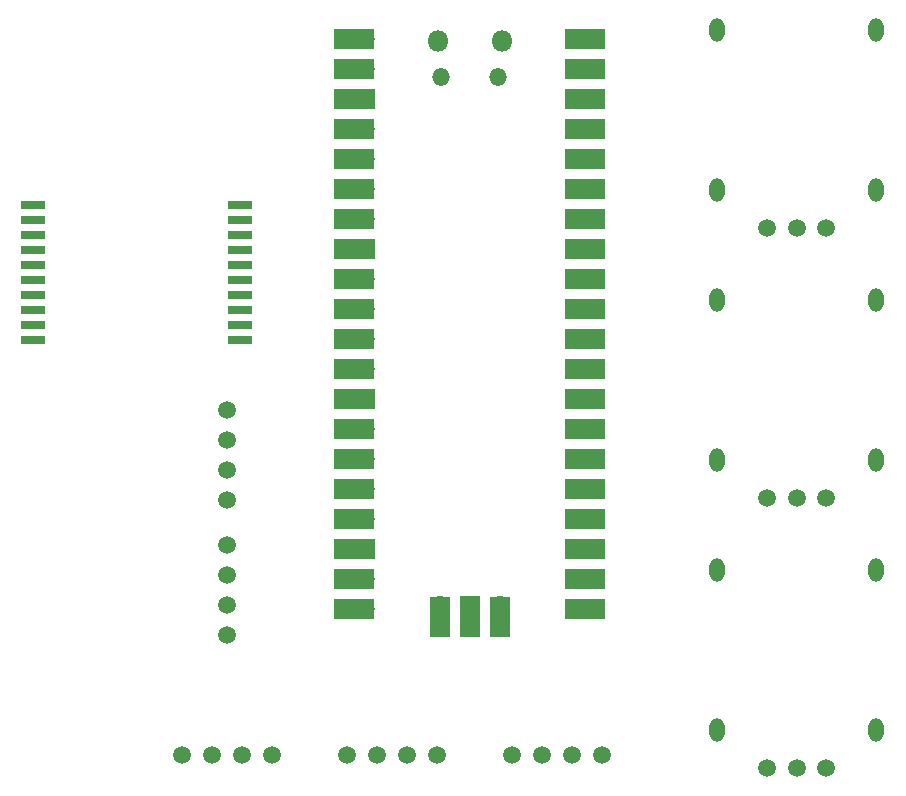
<source format=gbr>
%TF.GenerationSoftware,KiCad,Pcbnew,(6.0.1)*%
%TF.CreationDate,2022-02-13T21:33:51+08:00*%
%TF.ProjectId,PCB-1.0,5043422d-312e-4302-9e6b-696361645f70,rev?*%
%TF.SameCoordinates,Original*%
%TF.FileFunction,Soldermask,Top*%
%TF.FilePolarity,Negative*%
%FSLAX46Y46*%
G04 Gerber Fmt 4.6, Leading zero omitted, Abs format (unit mm)*
G04 Created by KiCad (PCBNEW (6.0.1)) date 2022-02-13 21:33:51*
%MOMM*%
%LPD*%
G01*
G04 APERTURE LIST*
%ADD10R,2.000000X0.800000*%
%ADD11C,1.500000*%
%ADD12O,1.500000X1.500000*%
%ADD13O,1.800000X1.800000*%
%ADD14O,1.700000X1.700000*%
%ADD15R,3.500000X1.700000*%
%ADD16R,1.700000X1.700000*%
%ADD17R,1.700000X3.500000*%
%ADD18O,1.300000X2.000000*%
G04 APERTURE END LIST*
D10*
%TO.C,E28_2G4T12S_1*%
X92850000Y-85480000D03*
X92850000Y-86750000D03*
X92850000Y-88020000D03*
X92850000Y-89290000D03*
X92850000Y-90560000D03*
X92850000Y-91830000D03*
X92850000Y-93100000D03*
X92850000Y-94370000D03*
X92850000Y-95640000D03*
X92850000Y-96910000D03*
X110350000Y-96910000D03*
X110350000Y-95640000D03*
X110350000Y-94370000D03*
X110350000Y-93100000D03*
X110350000Y-91830000D03*
X110350000Y-90560000D03*
X110350000Y-89290000D03*
X110350000Y-88020000D03*
X110350000Y-86750000D03*
X110350000Y-85480000D03*
%TD*%
D11*
%TO.C,5V1*%
X140970000Y-132080000D03*
X138430000Y-132080000D03*
X135890000Y-132080000D03*
X133350000Y-132080000D03*
%TD*%
%TO.C,stepper2*%
X109220000Y-114300000D03*
X109220000Y-116840000D03*
X109220000Y-119380000D03*
X109220000Y-121920000D03*
%TD*%
D12*
%TO.C,Rasberry_Pi_Pico_1*%
X127375000Y-74630000D03*
D13*
X127075000Y-71600000D03*
X132525000Y-71600000D03*
D12*
X132225000Y-74630000D03*
D14*
X120910000Y-71470000D03*
D15*
X120010000Y-71470000D03*
D14*
X120910000Y-74010000D03*
D15*
X120010000Y-74010000D03*
X120010000Y-76550000D03*
D16*
X120910000Y-76550000D03*
D14*
X120910000Y-79090000D03*
D15*
X120010000Y-79090000D03*
X120010000Y-81630000D03*
D14*
X120910000Y-81630000D03*
X120910000Y-84170000D03*
D15*
X120010000Y-84170000D03*
X120010000Y-86710000D03*
D14*
X120910000Y-86710000D03*
D16*
X120910000Y-89250000D03*
D15*
X120010000Y-89250000D03*
D14*
X120910000Y-91790000D03*
D15*
X120010000Y-91790000D03*
X120010000Y-94330000D03*
D14*
X120910000Y-94330000D03*
X120910000Y-96870000D03*
D15*
X120010000Y-96870000D03*
D14*
X120910000Y-99410000D03*
D15*
X120010000Y-99410000D03*
X120010000Y-101950000D03*
D16*
X120910000Y-101950000D03*
D14*
X120910000Y-104490000D03*
D15*
X120010000Y-104490000D03*
D14*
X120910000Y-107030000D03*
D15*
X120010000Y-107030000D03*
X120010000Y-109570000D03*
D14*
X120910000Y-109570000D03*
D15*
X120010000Y-112110000D03*
D14*
X120910000Y-112110000D03*
D15*
X120010000Y-114650000D03*
D16*
X120910000Y-114650000D03*
D15*
X120010000Y-117190000D03*
D14*
X120910000Y-117190000D03*
D15*
X120010000Y-119730000D03*
D14*
X120910000Y-119730000D03*
D15*
X139590000Y-119730000D03*
D14*
X138690000Y-119730000D03*
D15*
X139590000Y-117190000D03*
D14*
X138690000Y-117190000D03*
D15*
X139590000Y-114650000D03*
D16*
X138690000Y-114650000D03*
D15*
X139590000Y-112110000D03*
D14*
X138690000Y-112110000D03*
D15*
X139590000Y-109570000D03*
D14*
X138690000Y-109570000D03*
D15*
X139590000Y-107030000D03*
D14*
X138690000Y-107030000D03*
D15*
X139590000Y-104490000D03*
D14*
X138690000Y-104490000D03*
D15*
X139590000Y-101950000D03*
D16*
X138690000Y-101950000D03*
D15*
X139590000Y-99410000D03*
D14*
X138690000Y-99410000D03*
D15*
X139590000Y-96870000D03*
D14*
X138690000Y-96870000D03*
D15*
X139590000Y-94330000D03*
D14*
X138690000Y-94330000D03*
D15*
X139590000Y-91790000D03*
D14*
X138690000Y-91790000D03*
D16*
X138690000Y-89250000D03*
D15*
X139590000Y-89250000D03*
X139590000Y-86710000D03*
D14*
X138690000Y-86710000D03*
D15*
X139590000Y-84170000D03*
D14*
X138690000Y-84170000D03*
D15*
X139590000Y-81630000D03*
D14*
X138690000Y-81630000D03*
D15*
X139590000Y-79090000D03*
D14*
X138690000Y-79090000D03*
D15*
X139590000Y-76550000D03*
D16*
X138690000Y-76550000D03*
D14*
X138690000Y-74010000D03*
D15*
X139590000Y-74010000D03*
D14*
X138690000Y-71470000D03*
D15*
X139590000Y-71470000D03*
D14*
X127260000Y-119500000D03*
D17*
X127260000Y-120400000D03*
D16*
X129800000Y-119500000D03*
D17*
X129800000Y-120400000D03*
D14*
X132340000Y-119500000D03*
D17*
X132340000Y-120400000D03*
%TD*%
D11*
%TO.C,stepper3*%
X113030000Y-132080000D03*
X110490000Y-132080000D03*
X107950000Y-132080000D03*
X105410000Y-132080000D03*
%TD*%
%TO.C,GND1*%
X127000000Y-132080000D03*
X124460000Y-132080000D03*
X121920000Y-132080000D03*
X119380000Y-132080000D03*
%TD*%
%TO.C,stepper1*%
X109220000Y-102870000D03*
X109220000Y-105410000D03*
X109220000Y-107950000D03*
X109220000Y-110490000D03*
%TD*%
%TO.C,\u6447\u6746\u7535\u4F4D\u56682*%
X154980000Y-110330000D03*
X157480000Y-110330000D03*
X159980000Y-110330000D03*
D18*
X150730000Y-93580000D03*
X164230000Y-93580000D03*
X164230000Y-107080000D03*
X150730000Y-107080000D03*
%TD*%
D11*
%TO.C,\u6447\u6746\u7535\u4F4D\u56681*%
X154980000Y-87470000D03*
X157480000Y-87470000D03*
X159980000Y-87470000D03*
D18*
X164230000Y-70720000D03*
X164230000Y-84220000D03*
X150730000Y-70720000D03*
X150730000Y-84220000D03*
%TD*%
D11*
%TO.C,\u6447\u6746\u7535\u4F4D\u56683*%
X154980000Y-133190000D03*
X157480000Y-133190000D03*
X159980000Y-133190000D03*
D18*
X150730000Y-116440000D03*
X150730000Y-129940000D03*
X164230000Y-116440000D03*
X164230000Y-129940000D03*
%TD*%
M02*

</source>
